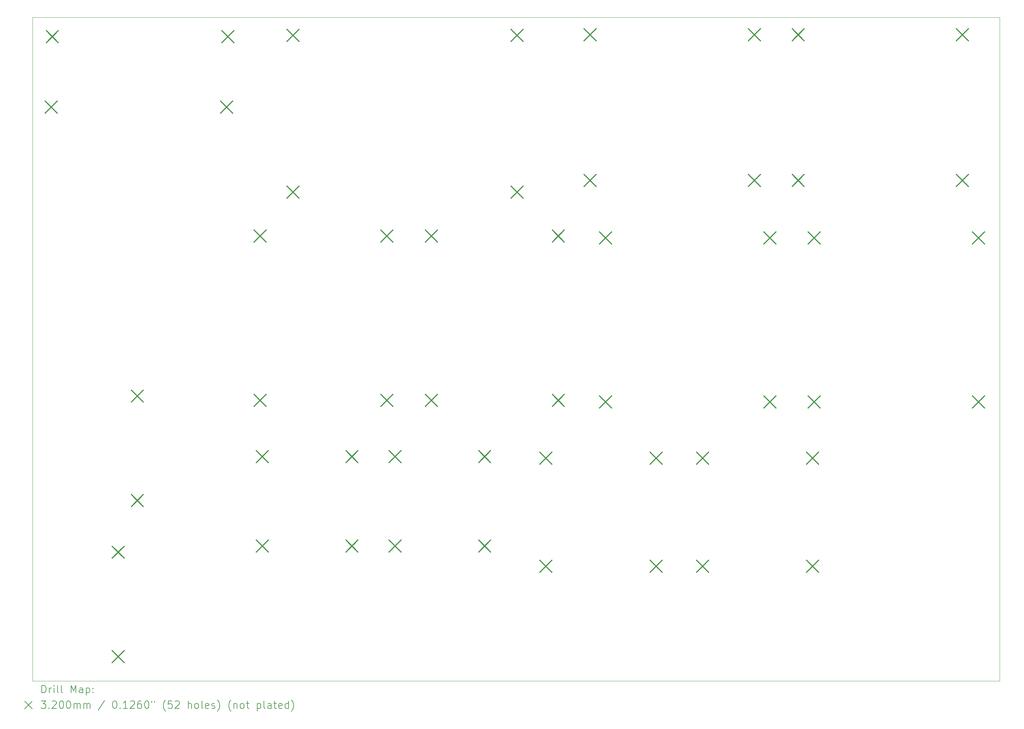
<source format=gbr>
%TF.GenerationSoftware,KiCad,Pcbnew,(6.0.7)*%
%TF.CreationDate,2022-10-27T13:13:03+02:00*%
%TF.ProjectId,stencil,7374656e-6369-46c2-9e6b-696361645f70,rev?*%
%TF.SameCoordinates,Original*%
%TF.FileFunction,Drillmap*%
%TF.FilePolarity,Positive*%
%FSLAX45Y45*%
G04 Gerber Fmt 4.5, Leading zero omitted, Abs format (unit mm)*
G04 Created by KiCad (PCBNEW (6.0.7)) date 2022-10-27 13:13:03*
%MOMM*%
%LPD*%
G01*
G04 APERTURE LIST*
%ADD10C,0.100000*%
%ADD11C,0.200000*%
%ADD12C,0.320000*%
G04 APERTURE END LIST*
D10*
X6985000Y-5334000D02*
X32893000Y-5334000D01*
X32893000Y-5334000D02*
X32893000Y-23114000D01*
X32893000Y-23114000D02*
X6985000Y-23114000D01*
X6985000Y-23114000D02*
X6985000Y-5334000D01*
D11*
D12*
X7330131Y-7581000D02*
X7650131Y-7901000D01*
X7650131Y-7581000D02*
X7330131Y-7901000D01*
X7358131Y-5691000D02*
X7678131Y-6011000D01*
X7678131Y-5691000D02*
X7358131Y-6011000D01*
X9121131Y-19504204D02*
X9441131Y-19824204D01*
X9441131Y-19504204D02*
X9121131Y-19824204D01*
X9121131Y-22304204D02*
X9441131Y-22624204D01*
X9441131Y-22304204D02*
X9121131Y-22624204D01*
X9635131Y-15321000D02*
X9955131Y-15641000D01*
X9955131Y-15321000D02*
X9635131Y-15641000D01*
X9635131Y-18121000D02*
X9955131Y-18441000D01*
X9955131Y-18121000D02*
X9635131Y-18441000D01*
X12030131Y-7581000D02*
X12350131Y-7901000D01*
X12350131Y-7581000D02*
X12030131Y-7901000D01*
X12058131Y-5691000D02*
X12378131Y-6011000D01*
X12378131Y-5691000D02*
X12058131Y-6011000D01*
X12921631Y-11036250D02*
X13241631Y-11356250D01*
X13241631Y-11036250D02*
X12921631Y-11356250D01*
X12921631Y-15436250D02*
X13241631Y-15756250D01*
X13241631Y-15436250D02*
X12921631Y-15756250D01*
X12985131Y-16940000D02*
X13305131Y-17260000D01*
X13305131Y-16940000D02*
X12985131Y-17260000D01*
X12985131Y-19340000D02*
X13305131Y-19660000D01*
X13305131Y-19340000D02*
X12985131Y-19660000D01*
X13806978Y-5654847D02*
X14126978Y-5974847D01*
X14126978Y-5654847D02*
X13806978Y-5974847D01*
X13806978Y-9854847D02*
X14126978Y-10174847D01*
X14126978Y-9854847D02*
X13806978Y-10174847D01*
X15385131Y-16940000D02*
X15705131Y-17260000D01*
X15705131Y-16940000D02*
X15385131Y-17260000D01*
X15385131Y-19340000D02*
X15705131Y-19660000D01*
X15705131Y-19340000D02*
X15385131Y-19660000D01*
X16321631Y-11036250D02*
X16641631Y-11356250D01*
X16641631Y-11036250D02*
X16321631Y-11356250D01*
X16321631Y-15436250D02*
X16641631Y-15756250D01*
X16641631Y-15436250D02*
X16321631Y-15756250D01*
X16541131Y-16940000D02*
X16861131Y-17260000D01*
X16861131Y-16940000D02*
X16541131Y-17260000D01*
X16541131Y-19340000D02*
X16861131Y-19660000D01*
X16861131Y-19340000D02*
X16541131Y-19660000D01*
X17512631Y-11036250D02*
X17832631Y-11356250D01*
X17832631Y-11036250D02*
X17512631Y-11356250D01*
X17512631Y-15436250D02*
X17832631Y-15756250D01*
X17832631Y-15436250D02*
X17512631Y-15756250D01*
X18941131Y-16940000D02*
X19261131Y-17260000D01*
X19261131Y-16940000D02*
X18941131Y-17260000D01*
X18941131Y-19340000D02*
X19261131Y-19660000D01*
X19261131Y-19340000D02*
X18941131Y-19660000D01*
X19806978Y-5654847D02*
X20126978Y-5974847D01*
X20126978Y-5654847D02*
X19806978Y-5974847D01*
X19806978Y-9854847D02*
X20126978Y-10174847D01*
X20126978Y-9854847D02*
X19806978Y-10174847D01*
X20581131Y-16982000D02*
X20901131Y-17302000D01*
X20901131Y-16982000D02*
X20581131Y-17302000D01*
X20581131Y-19882000D02*
X20901131Y-20202000D01*
X20901131Y-19882000D02*
X20581131Y-20202000D01*
X20912631Y-11036250D02*
X21232631Y-11356250D01*
X21232631Y-11036250D02*
X20912631Y-11356250D01*
X20912631Y-15436250D02*
X21232631Y-15756250D01*
X21232631Y-15436250D02*
X20912631Y-15756250D01*
X21767000Y-5642000D02*
X22087000Y-5962000D01*
X22087000Y-5642000D02*
X21767000Y-5962000D01*
X21767000Y-9542000D02*
X22087000Y-9862000D01*
X22087000Y-9542000D02*
X21767000Y-9862000D01*
X22182131Y-11081000D02*
X22502131Y-11401000D01*
X22502131Y-11081000D02*
X22182131Y-11401000D01*
X22182131Y-15481000D02*
X22502131Y-15801000D01*
X22502131Y-15481000D02*
X22182131Y-15801000D01*
X23531131Y-16982000D02*
X23851131Y-17302000D01*
X23851131Y-16982000D02*
X23531131Y-17302000D01*
X23531131Y-19882000D02*
X23851131Y-20202000D01*
X23851131Y-19882000D02*
X23531131Y-20202000D01*
X24777000Y-16982000D02*
X25097000Y-17302000D01*
X25097000Y-16982000D02*
X24777000Y-17302000D01*
X24777000Y-19882000D02*
X25097000Y-20202000D01*
X25097000Y-19882000D02*
X24777000Y-20202000D01*
X26167000Y-5642000D02*
X26487000Y-5962000D01*
X26487000Y-5642000D02*
X26167000Y-5962000D01*
X26167000Y-9542000D02*
X26487000Y-9862000D01*
X26487000Y-9542000D02*
X26167000Y-9862000D01*
X26582131Y-11081000D02*
X26902131Y-11401000D01*
X26902131Y-11081000D02*
X26582131Y-11401000D01*
X26582131Y-15481000D02*
X26902131Y-15801000D01*
X26902131Y-15481000D02*
X26582131Y-15801000D01*
X27340131Y-5642000D02*
X27660131Y-5962000D01*
X27660131Y-5642000D02*
X27340131Y-5962000D01*
X27340131Y-9542000D02*
X27660131Y-9862000D01*
X27660131Y-9542000D02*
X27340131Y-9862000D01*
X27727000Y-16982000D02*
X28047000Y-17302000D01*
X28047000Y-16982000D02*
X27727000Y-17302000D01*
X27727000Y-19882000D02*
X28047000Y-20202000D01*
X28047000Y-19882000D02*
X27727000Y-20202000D01*
X27770131Y-11081000D02*
X28090131Y-11401000D01*
X28090131Y-11081000D02*
X27770131Y-11401000D01*
X27770131Y-15481000D02*
X28090131Y-15801000D01*
X28090131Y-15481000D02*
X27770131Y-15801000D01*
X31740131Y-5642000D02*
X32060131Y-5962000D01*
X32060131Y-5642000D02*
X31740131Y-5962000D01*
X31740131Y-9542000D02*
X32060131Y-9862000D01*
X32060131Y-9542000D02*
X31740131Y-9862000D01*
X32170131Y-11081000D02*
X32490131Y-11401000D01*
X32490131Y-11081000D02*
X32170131Y-11401000D01*
X32170131Y-15481000D02*
X32490131Y-15801000D01*
X32490131Y-15481000D02*
X32170131Y-15801000D01*
D11*
X7237619Y-23429476D02*
X7237619Y-23229476D01*
X7285238Y-23229476D01*
X7313809Y-23239000D01*
X7332857Y-23258048D01*
X7342381Y-23277095D01*
X7351905Y-23315190D01*
X7351905Y-23343762D01*
X7342381Y-23381857D01*
X7332857Y-23400905D01*
X7313809Y-23419952D01*
X7285238Y-23429476D01*
X7237619Y-23429476D01*
X7437619Y-23429476D02*
X7437619Y-23296143D01*
X7437619Y-23334238D02*
X7447143Y-23315190D01*
X7456667Y-23305667D01*
X7475714Y-23296143D01*
X7494762Y-23296143D01*
X7561428Y-23429476D02*
X7561428Y-23296143D01*
X7561428Y-23229476D02*
X7551905Y-23239000D01*
X7561428Y-23248524D01*
X7570952Y-23239000D01*
X7561428Y-23229476D01*
X7561428Y-23248524D01*
X7685238Y-23429476D02*
X7666190Y-23419952D01*
X7656667Y-23400905D01*
X7656667Y-23229476D01*
X7790000Y-23429476D02*
X7770952Y-23419952D01*
X7761428Y-23400905D01*
X7761428Y-23229476D01*
X8018571Y-23429476D02*
X8018571Y-23229476D01*
X8085238Y-23372333D01*
X8151905Y-23229476D01*
X8151905Y-23429476D01*
X8332857Y-23429476D02*
X8332857Y-23324714D01*
X8323333Y-23305667D01*
X8304286Y-23296143D01*
X8266190Y-23296143D01*
X8247143Y-23305667D01*
X8332857Y-23419952D02*
X8313809Y-23429476D01*
X8266190Y-23429476D01*
X8247143Y-23419952D01*
X8237619Y-23400905D01*
X8237619Y-23381857D01*
X8247143Y-23362809D01*
X8266190Y-23353286D01*
X8313809Y-23353286D01*
X8332857Y-23343762D01*
X8428095Y-23296143D02*
X8428095Y-23496143D01*
X8428095Y-23305667D02*
X8447143Y-23296143D01*
X8485238Y-23296143D01*
X8504286Y-23305667D01*
X8513810Y-23315190D01*
X8523333Y-23334238D01*
X8523333Y-23391381D01*
X8513810Y-23410428D01*
X8504286Y-23419952D01*
X8485238Y-23429476D01*
X8447143Y-23429476D01*
X8428095Y-23419952D01*
X8609048Y-23410428D02*
X8618571Y-23419952D01*
X8609048Y-23429476D01*
X8599524Y-23419952D01*
X8609048Y-23410428D01*
X8609048Y-23429476D01*
X8609048Y-23305667D02*
X8618571Y-23315190D01*
X8609048Y-23324714D01*
X8599524Y-23315190D01*
X8609048Y-23305667D01*
X8609048Y-23324714D01*
X6780000Y-23659000D02*
X6980000Y-23859000D01*
X6980000Y-23659000D02*
X6780000Y-23859000D01*
X7218571Y-23649476D02*
X7342381Y-23649476D01*
X7275714Y-23725667D01*
X7304286Y-23725667D01*
X7323333Y-23735190D01*
X7332857Y-23744714D01*
X7342381Y-23763762D01*
X7342381Y-23811381D01*
X7332857Y-23830428D01*
X7323333Y-23839952D01*
X7304286Y-23849476D01*
X7247143Y-23849476D01*
X7228095Y-23839952D01*
X7218571Y-23830428D01*
X7428095Y-23830428D02*
X7437619Y-23839952D01*
X7428095Y-23849476D01*
X7418571Y-23839952D01*
X7428095Y-23830428D01*
X7428095Y-23849476D01*
X7513809Y-23668524D02*
X7523333Y-23659000D01*
X7542381Y-23649476D01*
X7590000Y-23649476D01*
X7609048Y-23659000D01*
X7618571Y-23668524D01*
X7628095Y-23687571D01*
X7628095Y-23706619D01*
X7618571Y-23735190D01*
X7504286Y-23849476D01*
X7628095Y-23849476D01*
X7751905Y-23649476D02*
X7770952Y-23649476D01*
X7790000Y-23659000D01*
X7799524Y-23668524D01*
X7809048Y-23687571D01*
X7818571Y-23725667D01*
X7818571Y-23773286D01*
X7809048Y-23811381D01*
X7799524Y-23830428D01*
X7790000Y-23839952D01*
X7770952Y-23849476D01*
X7751905Y-23849476D01*
X7732857Y-23839952D01*
X7723333Y-23830428D01*
X7713809Y-23811381D01*
X7704286Y-23773286D01*
X7704286Y-23725667D01*
X7713809Y-23687571D01*
X7723333Y-23668524D01*
X7732857Y-23659000D01*
X7751905Y-23649476D01*
X7942381Y-23649476D02*
X7961428Y-23649476D01*
X7980476Y-23659000D01*
X7990000Y-23668524D01*
X7999524Y-23687571D01*
X8009048Y-23725667D01*
X8009048Y-23773286D01*
X7999524Y-23811381D01*
X7990000Y-23830428D01*
X7980476Y-23839952D01*
X7961428Y-23849476D01*
X7942381Y-23849476D01*
X7923333Y-23839952D01*
X7913809Y-23830428D01*
X7904286Y-23811381D01*
X7894762Y-23773286D01*
X7894762Y-23725667D01*
X7904286Y-23687571D01*
X7913809Y-23668524D01*
X7923333Y-23659000D01*
X7942381Y-23649476D01*
X8094762Y-23849476D02*
X8094762Y-23716143D01*
X8094762Y-23735190D02*
X8104286Y-23725667D01*
X8123333Y-23716143D01*
X8151905Y-23716143D01*
X8170952Y-23725667D01*
X8180476Y-23744714D01*
X8180476Y-23849476D01*
X8180476Y-23744714D02*
X8190000Y-23725667D01*
X8209048Y-23716143D01*
X8237619Y-23716143D01*
X8256667Y-23725667D01*
X8266190Y-23744714D01*
X8266190Y-23849476D01*
X8361428Y-23849476D02*
X8361428Y-23716143D01*
X8361428Y-23735190D02*
X8370952Y-23725667D01*
X8390000Y-23716143D01*
X8418571Y-23716143D01*
X8437619Y-23725667D01*
X8447143Y-23744714D01*
X8447143Y-23849476D01*
X8447143Y-23744714D02*
X8456667Y-23725667D01*
X8475714Y-23716143D01*
X8504286Y-23716143D01*
X8523333Y-23725667D01*
X8532857Y-23744714D01*
X8532857Y-23849476D01*
X8923333Y-23639952D02*
X8751905Y-23897095D01*
X9180476Y-23649476D02*
X9199524Y-23649476D01*
X9218571Y-23659000D01*
X9228095Y-23668524D01*
X9237619Y-23687571D01*
X9247143Y-23725667D01*
X9247143Y-23773286D01*
X9237619Y-23811381D01*
X9228095Y-23830428D01*
X9218571Y-23839952D01*
X9199524Y-23849476D01*
X9180476Y-23849476D01*
X9161429Y-23839952D01*
X9151905Y-23830428D01*
X9142381Y-23811381D01*
X9132857Y-23773286D01*
X9132857Y-23725667D01*
X9142381Y-23687571D01*
X9151905Y-23668524D01*
X9161429Y-23659000D01*
X9180476Y-23649476D01*
X9332857Y-23830428D02*
X9342381Y-23839952D01*
X9332857Y-23849476D01*
X9323333Y-23839952D01*
X9332857Y-23830428D01*
X9332857Y-23849476D01*
X9532857Y-23849476D02*
X9418571Y-23849476D01*
X9475714Y-23849476D02*
X9475714Y-23649476D01*
X9456667Y-23678048D01*
X9437619Y-23697095D01*
X9418571Y-23706619D01*
X9609048Y-23668524D02*
X9618571Y-23659000D01*
X9637619Y-23649476D01*
X9685238Y-23649476D01*
X9704286Y-23659000D01*
X9713810Y-23668524D01*
X9723333Y-23687571D01*
X9723333Y-23706619D01*
X9713810Y-23735190D01*
X9599524Y-23849476D01*
X9723333Y-23849476D01*
X9894762Y-23649476D02*
X9856667Y-23649476D01*
X9837619Y-23659000D01*
X9828095Y-23668524D01*
X9809048Y-23697095D01*
X9799524Y-23735190D01*
X9799524Y-23811381D01*
X9809048Y-23830428D01*
X9818571Y-23839952D01*
X9837619Y-23849476D01*
X9875714Y-23849476D01*
X9894762Y-23839952D01*
X9904286Y-23830428D01*
X9913810Y-23811381D01*
X9913810Y-23763762D01*
X9904286Y-23744714D01*
X9894762Y-23735190D01*
X9875714Y-23725667D01*
X9837619Y-23725667D01*
X9818571Y-23735190D01*
X9809048Y-23744714D01*
X9799524Y-23763762D01*
X10037619Y-23649476D02*
X10056667Y-23649476D01*
X10075714Y-23659000D01*
X10085238Y-23668524D01*
X10094762Y-23687571D01*
X10104286Y-23725667D01*
X10104286Y-23773286D01*
X10094762Y-23811381D01*
X10085238Y-23830428D01*
X10075714Y-23839952D01*
X10056667Y-23849476D01*
X10037619Y-23849476D01*
X10018571Y-23839952D01*
X10009048Y-23830428D01*
X9999524Y-23811381D01*
X9990000Y-23773286D01*
X9990000Y-23725667D01*
X9999524Y-23687571D01*
X10009048Y-23668524D01*
X10018571Y-23659000D01*
X10037619Y-23649476D01*
X10180476Y-23649476D02*
X10180476Y-23687571D01*
X10256667Y-23649476D02*
X10256667Y-23687571D01*
X10551905Y-23925667D02*
X10542381Y-23916143D01*
X10523333Y-23887571D01*
X10513810Y-23868524D01*
X10504286Y-23839952D01*
X10494762Y-23792333D01*
X10494762Y-23754238D01*
X10504286Y-23706619D01*
X10513810Y-23678048D01*
X10523333Y-23659000D01*
X10542381Y-23630428D01*
X10551905Y-23620905D01*
X10723333Y-23649476D02*
X10628095Y-23649476D01*
X10618571Y-23744714D01*
X10628095Y-23735190D01*
X10647143Y-23725667D01*
X10694762Y-23725667D01*
X10713810Y-23735190D01*
X10723333Y-23744714D01*
X10732857Y-23763762D01*
X10732857Y-23811381D01*
X10723333Y-23830428D01*
X10713810Y-23839952D01*
X10694762Y-23849476D01*
X10647143Y-23849476D01*
X10628095Y-23839952D01*
X10618571Y-23830428D01*
X10809048Y-23668524D02*
X10818571Y-23659000D01*
X10837619Y-23649476D01*
X10885238Y-23649476D01*
X10904286Y-23659000D01*
X10913810Y-23668524D01*
X10923333Y-23687571D01*
X10923333Y-23706619D01*
X10913810Y-23735190D01*
X10799524Y-23849476D01*
X10923333Y-23849476D01*
X11161429Y-23849476D02*
X11161429Y-23649476D01*
X11247143Y-23849476D02*
X11247143Y-23744714D01*
X11237619Y-23725667D01*
X11218571Y-23716143D01*
X11190000Y-23716143D01*
X11170952Y-23725667D01*
X11161429Y-23735190D01*
X11370952Y-23849476D02*
X11351905Y-23839952D01*
X11342381Y-23830428D01*
X11332857Y-23811381D01*
X11332857Y-23754238D01*
X11342381Y-23735190D01*
X11351905Y-23725667D01*
X11370952Y-23716143D01*
X11399524Y-23716143D01*
X11418571Y-23725667D01*
X11428095Y-23735190D01*
X11437619Y-23754238D01*
X11437619Y-23811381D01*
X11428095Y-23830428D01*
X11418571Y-23839952D01*
X11399524Y-23849476D01*
X11370952Y-23849476D01*
X11551905Y-23849476D02*
X11532857Y-23839952D01*
X11523333Y-23820905D01*
X11523333Y-23649476D01*
X11704286Y-23839952D02*
X11685238Y-23849476D01*
X11647143Y-23849476D01*
X11628095Y-23839952D01*
X11618571Y-23820905D01*
X11618571Y-23744714D01*
X11628095Y-23725667D01*
X11647143Y-23716143D01*
X11685238Y-23716143D01*
X11704286Y-23725667D01*
X11713809Y-23744714D01*
X11713809Y-23763762D01*
X11618571Y-23782809D01*
X11790000Y-23839952D02*
X11809048Y-23849476D01*
X11847143Y-23849476D01*
X11866190Y-23839952D01*
X11875714Y-23820905D01*
X11875714Y-23811381D01*
X11866190Y-23792333D01*
X11847143Y-23782809D01*
X11818571Y-23782809D01*
X11799524Y-23773286D01*
X11790000Y-23754238D01*
X11790000Y-23744714D01*
X11799524Y-23725667D01*
X11818571Y-23716143D01*
X11847143Y-23716143D01*
X11866190Y-23725667D01*
X11942381Y-23925667D02*
X11951905Y-23916143D01*
X11970952Y-23887571D01*
X11980476Y-23868524D01*
X11990000Y-23839952D01*
X11999524Y-23792333D01*
X11999524Y-23754238D01*
X11990000Y-23706619D01*
X11980476Y-23678048D01*
X11970952Y-23659000D01*
X11951905Y-23630428D01*
X11942381Y-23620905D01*
X12304286Y-23925667D02*
X12294762Y-23916143D01*
X12275714Y-23887571D01*
X12266190Y-23868524D01*
X12256667Y-23839952D01*
X12247143Y-23792333D01*
X12247143Y-23754238D01*
X12256667Y-23706619D01*
X12266190Y-23678048D01*
X12275714Y-23659000D01*
X12294762Y-23630428D01*
X12304286Y-23620905D01*
X12380476Y-23716143D02*
X12380476Y-23849476D01*
X12380476Y-23735190D02*
X12390000Y-23725667D01*
X12409048Y-23716143D01*
X12437619Y-23716143D01*
X12456667Y-23725667D01*
X12466190Y-23744714D01*
X12466190Y-23849476D01*
X12590000Y-23849476D02*
X12570952Y-23839952D01*
X12561428Y-23830428D01*
X12551905Y-23811381D01*
X12551905Y-23754238D01*
X12561428Y-23735190D01*
X12570952Y-23725667D01*
X12590000Y-23716143D01*
X12618571Y-23716143D01*
X12637619Y-23725667D01*
X12647143Y-23735190D01*
X12656667Y-23754238D01*
X12656667Y-23811381D01*
X12647143Y-23830428D01*
X12637619Y-23839952D01*
X12618571Y-23849476D01*
X12590000Y-23849476D01*
X12713809Y-23716143D02*
X12790000Y-23716143D01*
X12742381Y-23649476D02*
X12742381Y-23820905D01*
X12751905Y-23839952D01*
X12770952Y-23849476D01*
X12790000Y-23849476D01*
X13009048Y-23716143D02*
X13009048Y-23916143D01*
X13009048Y-23725667D02*
X13028095Y-23716143D01*
X13066190Y-23716143D01*
X13085238Y-23725667D01*
X13094762Y-23735190D01*
X13104286Y-23754238D01*
X13104286Y-23811381D01*
X13094762Y-23830428D01*
X13085238Y-23839952D01*
X13066190Y-23849476D01*
X13028095Y-23849476D01*
X13009048Y-23839952D01*
X13218571Y-23849476D02*
X13199524Y-23839952D01*
X13190000Y-23820905D01*
X13190000Y-23649476D01*
X13380476Y-23849476D02*
X13380476Y-23744714D01*
X13370952Y-23725667D01*
X13351905Y-23716143D01*
X13313809Y-23716143D01*
X13294762Y-23725667D01*
X13380476Y-23839952D02*
X13361428Y-23849476D01*
X13313809Y-23849476D01*
X13294762Y-23839952D01*
X13285238Y-23820905D01*
X13285238Y-23801857D01*
X13294762Y-23782809D01*
X13313809Y-23773286D01*
X13361428Y-23773286D01*
X13380476Y-23763762D01*
X13447143Y-23716143D02*
X13523333Y-23716143D01*
X13475714Y-23649476D02*
X13475714Y-23820905D01*
X13485238Y-23839952D01*
X13504286Y-23849476D01*
X13523333Y-23849476D01*
X13666190Y-23839952D02*
X13647143Y-23849476D01*
X13609048Y-23849476D01*
X13590000Y-23839952D01*
X13580476Y-23820905D01*
X13580476Y-23744714D01*
X13590000Y-23725667D01*
X13609048Y-23716143D01*
X13647143Y-23716143D01*
X13666190Y-23725667D01*
X13675714Y-23744714D01*
X13675714Y-23763762D01*
X13580476Y-23782809D01*
X13847143Y-23849476D02*
X13847143Y-23649476D01*
X13847143Y-23839952D02*
X13828095Y-23849476D01*
X13790000Y-23849476D01*
X13770952Y-23839952D01*
X13761428Y-23830428D01*
X13751905Y-23811381D01*
X13751905Y-23754238D01*
X13761428Y-23735190D01*
X13770952Y-23725667D01*
X13790000Y-23716143D01*
X13828095Y-23716143D01*
X13847143Y-23725667D01*
X13923333Y-23925667D02*
X13932857Y-23916143D01*
X13951905Y-23887571D01*
X13961428Y-23868524D01*
X13970952Y-23839952D01*
X13980476Y-23792333D01*
X13980476Y-23754238D01*
X13970952Y-23706619D01*
X13961428Y-23678048D01*
X13951905Y-23659000D01*
X13932857Y-23630428D01*
X13923333Y-23620905D01*
M02*

</source>
